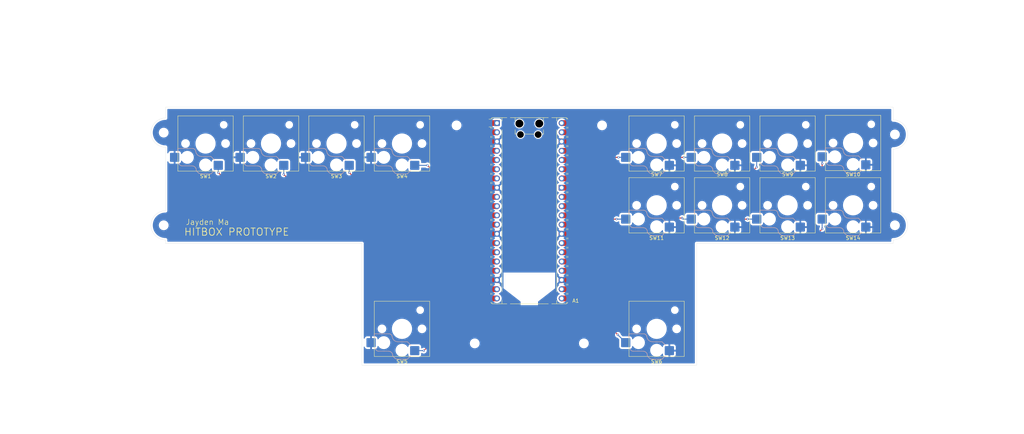
<source format=kicad_pcb>
(kicad_pcb (version 20241229) (generator "pcbnew") (generator_version "9.0")
  (layers (0 "F.Cu" signal) (2 "B.Cu" signal) (13 "F.Paste" user) (15 "B.Paste" user) (5 "F.SilkS" user "F.Silkscreen") (7 "B.SilkS" user "B.Silkscreen") (1 "F.Mask" user) (3 "B.Mask" user) (25 "Edge.Cuts" user))
  (net 0 "")
  (net 6 "Net-(A1-GPIO16)")
  (net 10 "Net-(A1-GPIO5)")
  (net 13 "GND")
  (net 15 "Net-(A1-GPIO6)")
  (net 21 "Net-(A1-GPIO8)")
  (net 24 "Net-(A1-GPIO7)")
  (net 25 "Net-(A1-GPIO15)")
  (net 27 "Net-(A1-GPIO26_ADC0)")
  (net 28 "Net-(A1-GPIO18)")
  (net 29 "Net-(A1-GPIO20)")
  (net 30 "Net-(A1-GPIO17)")
  (net 31 "Net-(A1-GPIO19)")
  (net 32 "Net-(A1-GPIO27_ADC1)")
  (net 33 "Net-(A1-GPIO22)")
  (net 34 "Net-(A1-GPIO21)")
  (footprint "Switch_Keyboard_Hotswap_Kailh:SW_Hotswap_Kailh_Choc_V1V2" (layer "F.Cu") (at 185 87 180)
    (property "Reference" "SW11" (at 0 -9 180) (layer "F.SilkS"))
    (property "Value" "SW_Push")
    (pad "" np_thru_hole circle (at -5.5 0 180) (size 1.9 1.9) (drill 1.9) (layers "*.Cu" "*.Mask"))
    (pad "" np_thru_hole circle (at -5 5.15 180) (size 1.6 1.6) (drill 1.6) (layers "*.Cu" "*.Mask"))
    (pad "" np_thru_hole circle (at 0 -5.9 180) (size 3.05 3.05) (drill 3.05) (layers "*.Cu" "*.Mask"))
    (pad "" np_thru_hole circle (at 0 0 180) (size 5.05 5.05) (drill 5.05) (layers "*.Cu" "*.Mask"))
    (pad "" np_thru_hole circle (at 5 -3.8 180) (size 3.05 3.05) (drill 3.05) (layers "*.Cu" "*.Mask"))
    (pad "" np_thru_hole circle (at 5.5 0 180) (size 1.9 1.9) (drill 1.9) (layers "*.Cu" "*.Mask"))
    (pad "1" smd roundrect (at -3.5 -6 180) (size 2.55 2.5) (layers "B.Cu" "B.Mask" "B.Paste") (roundrect_rratio 0.1) (net 13 "GND"))
    (pad "2" smd roundrect (at 8.5 -3.8 180) (size 2.55 2.5) (layers "B.Cu" "B.Mask" "B.Paste") (roundrect_rratio 0.1) (net 29 "Net-(A1-GPIO20)"))
  )
  (footprint "MountingHole:MountingHole_2.2mm_M2" (layer "F.Cu") (at 49.5 67)
    (property "Reference" "REF**" (hide yes))
    (property "Value" "MountingHole_2.2mm_M2")
    (pad "" np_thru_hole circle (at 0 0) (size 2.2 2.2) (drill 2.2) (layers "*.Cu" "*.Mask"))
  )
  (footprint "MountingHole:MountingHole_2.2mm_M2" (layer "F.Cu") (at 135 125)
    (property "Reference" "REF**" (hide yes))
    (property "Value" "MountingHole_2.2mm_M2")
    (pad "" np_thru_hole circle (at 0 0) (size 2.2 2.2) (drill 2.2) (layers "*.Cu" "*.Mask"))
  )
  (footprint "Switch_Keyboard_Hotswap_Kailh:SW_Hotswap_Kailh_Choc_V1V2" (layer "F.Cu") (at 115 70 180)
    (property "Reference" "SW4" (at 0 -9 180) (layer "F.SilkS"))
    (property "Value" "SW_Push")
    (pad "" np_thru_hole circle (at -5.5 0 180) (size 1.9 1.9) (drill 1.9) (layers "*.Cu" "*.Mask"))
    (pad "" np_thru_hole circle (at -5 5.15 180) (size 1.6 1.6) (drill 1.6) (layers "*.Cu" "*.Mask"))
    (pad "" np_thru_hole circle (at 0 -5.9 180) (size 3.05 3.05) (drill 3.05) (layers "*.Cu" "*.Mask"))
    (pad "" np_thru_hole circle (at 0 0 180) (size 5.05 5.05) (drill 5.05) (layers "*.Cu" "*.Mask"))
    (pad "" np_thru_hole circle (at 5 -3.8 180) (size 3.05 3.05) (drill 3.05) (layers "*.Cu" "*.Mask"))
    (pad "" np_thru_hole circle (at 5.5 0 180) (size 1.9 1.9) (drill 1.9) (layers "*.Cu" "*.Mask"))
    (pad "1" smd roundrect (at -3.5 -6 180) (size 2.55 2.5) (layers "B.Cu" "B.Mask" "B.Paste") (roundrect_rratio 0.1) (net 10 "Net-(A1-GPIO5)"))
    (pad "2" smd roundrect (at 8.5 -3.8 180) (size 2.55 2.5) (layers "B.Cu" "B.Mask" "B.Paste") (roundrect_rratio 0.1) (net 13 "GND"))
  )
  (footprint "MountingHole:MountingHole_2.2mm_M2" (layer "F.Cu") (at 49.5 92.5)
    (property "Reference" "REF**" (hide yes))
    (property "Value" "MountingHole_2.2mm_M2")
    (pad "" np_thru_hole circle (at 0 0) (size 2.2 2.2) (drill 2.2) (layers "*.Cu" "*.Mask"))
  )
  (footprint "Switch_Keyboard_Hotswap_Kailh:SW_Hotswap_Kailh_Choc_V1V2" (layer "F.Cu") (at 115 121 180)
    (property "Reference" "SW5" (at 0 -9 180) (layer "F.SilkS"))
    (property "Value" "SW_Push")
    (pad "" np_thru_hole circle (at -5.5 0 180) (size 1.9 1.9) (drill 1.9) (layers "*.Cu" "*.Mask"))
    (pad "" np_thru_hole circle (at -5 5.15 180) (size 1.6 1.6) (drill 1.6) (layers "*.Cu" "*.Mask"))
    (pad "" np_thru_hole circle (at 0 -5.9 180) (size 3.05 3.05) (drill 3.05) (layers "*.Cu" "*.Mask"))
    (pad "" np_thru_hole circle (at 0 0 180) (size 5.05 5.05) (drill 5.05) (layers "*.Cu" "*.Mask"))
    (pad "" np_thru_hole circle (at 5 -3.8 180) (size 3.05 3.05) (drill 3.05) (layers "*.Cu" "*.Mask"))
    (pad "" np_thru_hole circle (at 5.5 0 180) (size 1.9 1.9) (drill 1.9) (layers "*.Cu" "*.Mask"))
    (pad "1" smd roundrect (at -3.5 -6 180) (size 2.55 2.5) (layers "B.Cu" "B.Mask" "B.Paste") (roundrect_rratio 0.1) (net 25 "Net-(A1-GPIO15)"))
    (pad "2" smd roundrect (at 8.5 -3.8 180) (size 2.55 2.5) (layers "B.Cu" "B.Mask" "B.Paste") (roundrect_rratio 0.1) (net 13 "GND"))
  )
  (footprint "Switch_Keyboard_Hotswap_Kailh:SW_Hotswap_Kailh_Choc_V1V2" (layer "F.Cu") (at 97 70 180)
    (property "Reference" "SW3" (at 0 -9 180) (layer "F.SilkS"))
    (property "Value" "SW_Push")
    (pad "" np_thru_hole circle (at -5.5 0 180) (size 1.9 1.9) (drill 1.9) (layers "*.Cu" "*.Mask"))
    (pad "" np_thru_hole circle (at -5 5.15 180) (size 1.6 1.6) (drill 1.6) (layers "*.Cu" "*.Mask"))
    (pad "" np_thru_hole circle (at 0 -5.9 180) (size 3.05 3.05) (drill 3.05) (layers "*.Cu" "*.Mask"))
    (pad "" np_thru_hole circle (at 0 0 180) (size 5.05 5.05) (drill 5.05) (layers "*.Cu" "*.Mask"))
    (pad "" np_thru_hole circle (at 5 -3.8 180) (size 3.05 3.05) (drill 3.05) (layers "*.Cu" "*.Mask"))
    (pad "" np_thru_hole circle (at 5.5 0 180) (size 1.9 1.9) (drill 1.9) (layers "*.Cu" "*.Mask"))
    (pad "1" smd roundrect (at -3.5 -6 180) (size 2.55 2.5) (layers "B.Cu" "B.Mask" "B.Paste") (roundrect_rratio 0.1) (net 15 "Net-(A1-GPIO6)"))
    (pad "2" smd roundrect (at 8.5 -3.8 180) (size 2.55 2.5) (layers "B.Cu" "B.Mask" "B.Paste") (roundrect_rratio 0.1) (net 13 "GND"))
  )
  (footprint "Switch_Keyboard_Hotswap_Kailh:SW_Hotswap_Kailh_Choc_V1V2" (layer "F.Cu") (at 203 70 180)
    (property "Reference" "SW8" (at 0 -8.5 180) (layer "F.SilkS"))
    (property "Value" "SW_Push")
    (pad "" np_thru_hole circle (at -5.5 0 180) (size 1.9 1.9) (drill 1.9) (layers "*.Cu" "*.Mask"))
    (pad "" np_thru_hole circle (at -5 5.15 180) (size 1.6 1.6) (drill 1.6) (layers "*.Cu" "*.Mask"))
    (pad "" np_thru_hole circle (at 0 -5.9 180) (size 3.05 3.05) (drill 3.05) (layers "*.Cu" "*.Mask"))
    (pad "" np_thru_hole circle (at 0 0 180) (size 5.05 5.05) (drill 5.05) (layers "*.Cu" "*.Mask"))
    (pad "" np_thru_hole circle (at 5 -3.8 180) (size 3.05 3.05) (drill 3.05) (layers "*.Cu" "*.Mask"))
    (pad "" np_thru_hole circle (at 5.5 0 180) (size 1.9 1.9) (drill 1.9) (layers "*.Cu" "*.Mask"))
    (pad "1" smd roundrect (at -3.5 -6 180) (size 2.55 2.5) (layers "B.Cu" "B.Mask" "B.Paste") (roundrect_rratio 0.1) (net 13 "GND"))
    (pad "2" smd roundrect (at 8.5 -3.8 180) (size 2.55 2.5) (layers "B.Cu" "B.Mask" "B.Paste") (roundrect_rratio 0.1) (net 27 "Net-(A1-GPIO26_ADC0)"))
  )
  (footprint "Switch_Keyboard_Hotswap_Kailh:SW_Hotswap_Kailh_Choc_V1V2" (layer "F.Cu") (at 239 87 180)
    (property "Reference" "SW14" (at 0 -9 180) (layer "F.SilkS"))
    (property "Value" "SW_Push")
    (pad "" np_thru_hole circle (at -5.5 0 180) (size 1.9 1.9) (drill 1.9) (layers "*.Cu" "*.Mask"))
    (pad "" np_thru_hole circle (at -5 5.15 180) (size 1.6 1.6) (drill 1.6) (layers "*.Cu" "*.Mask"))
    (pad "" np_thru_hole circle (at 0 -5.9 180) (size 3.05 3.05) (drill 3.05) (layers "*.Cu" "*.Mask"))
    (pad "" np_thru_hole circle (at 0 0 180) (size 5.05 5.05) (drill 5.05) (layers "*.Cu" "*.Mask"))
    (pad "" np_thru_hole circle (at 5 -3.8 180) (size 3.05 3.05) (drill 3.05) (layers "*.Cu" "*.Mask"))
    (pad "" np_thru_hole circle (at 5.5 0 180) (size 1.9 1.9) (drill 1.9) (layers "*.Cu" "*.Mask"))
    (pad "1" smd roundrect (at -3.5 -6 180) (size 2.55 2.5) (layers "B.Cu" "B.Mask" "B.Paste") (roundrect_rratio 0.1) (net 13 "GND"))
    (pad "2" smd roundrect (at 8.5 -3.8 180) (size 2.55 2.5) (layers "B.Cu" "B.Mask" "B.Paste") (roundrect_rratio 0.1) (net 30 "Net-(A1-GPIO17)"))
  )
  (footprint "Switch_Keyboard_Hotswap_Kailh:SW_Hotswap_Kailh_Choc_V1V2" (layer "F.Cu") (at 185 70 180)
    (property "Reference" "SW7" (at 0 -8.5 180) (layer "F.SilkS"))
    (property "Value" "SW_Push")
    (pad "" np_thru_hole circle (at -5.5 0 180) (size 1.9 1.9) (drill 1.9) (layers "*.Cu" "*.Mask"))
    (pad "" np_thru_hole circle (at -5 5.15 180) (size 1.6 1.6) (drill 1.6) (layers "*.Cu" "*.Mask"))
    (pad "" np_thru_hole circle (at 0 -5.9 180) (size 3.05 3.05) (drill 3.05) (layers "*.Cu" "*.Mask"))
    (pad "" np_thru_hole circle (at 0 0 180) (size 5.05 5.05) (drill 5.05) (layers "*.Cu" "*.Mask"))
    (pad "" np_thru_hole circle (at 5 -3.8 180) (size 3.05 3.05) (drill 3.05) (layers "*.Cu" "*.Mask"))
    (pad "" np_thru_hole circle (at 5.5 0 180) (size 1.9 1.9) (drill 1.9) (layers "*.Cu" "*.Mask"))
    (pad "1" smd roundrect (at -3.5 -6 180) (size 2.55 2.5) (layers "B.Cu" "B.Mask" "B.Paste") (roundrect_rratio 0.1) (net 13 "GND"))
    (pad "2" smd roundrect (at 8.5 -3.8 180) (size 2.55 2.5) (layers "B.Cu" "B.Mask" "B.Paste") (roundrect_rratio 0.1) (net 32 "Net-(A1-GPIO27_ADC1)"))
  )
  (footprint "Switch_Keyboard_Hotswap_Kailh:SW_Hotswap_Kailh_Choc_V1V2" (layer "F.Cu") (at 79 70.001 180)
    (property "Reference" "SW2" (at 0 -9 180) (layer "F.SilkS"))
    (property "Value" "SW_Push")
    (pad "" np_thru_hole circle (at -5.5 0 180) (size 1.9 1.9) (drill 1.9) (layers "*.Cu" "*.Mask"))
    (pad "" np_thru_hole circle (at -5 5.15 180) (size 1.6 1.6) (drill 1.6) (layers "*.Cu" "*.Mask"))
    (pad "" np_thru_hole circle (at 0 -5.9 180) (size 3.05 3.05) (drill 3.05) (layers "*.Cu" "*.Mask"))
    (pad "" np_thru_hole circle (at 0 0 180) (size 5.05 5.05) (drill 5.05) (layers "*.Cu" "*.Mask"))
    (pad "" np_thru_hole circle (at 5 -3.8 180) (size 3.05 3.05) (drill 3.05) (layers "*.Cu" "*.Mask"))
    (pad "" np_thru_hole circle (at 5.5 0 180) (size 1.9 1.9) (drill 1.9) (layers "*.Cu" "*.Mask"))
    (pad "1" smd roundrect (at -3.5 -6 180) (size 2.55 2.5) (layers "B.Cu" "B.Mask" "B.Paste") (roundrect_rratio 0.1) (net 24 "Net-(A1-GPIO7)"))
    (pad "2" smd roundrect (at 8.5 -3.8 180) (size 2.55 2.5) (layers "B.Cu" "B.Mask" "B.Paste") (roundrect_rratio 0.1) (net 13 "GND"))
  )
  (footprint "Switch_Keyboard_Hotswap_Kailh:SW_Hotswap_Kailh_Choc_V1V2" (layer "F.Cu") (at 203 87 180)
    (property "Reference" "SW12" (at 0 -9 180) (layer "F.SilkS"))
    (property "Value" "SW_Push")
    (pad "" np_thru_hole circle (at -5.5 0 180) (size 1.9 1.9) (drill 1.9) (layers "*.Cu" "*.Mask"))
    (pad "" np_thru_hole circle (at -5 5.15 180) (size 1.6 1.6) (drill 1.6) (layers "*.Cu" "*.Mask"))
    (pad "" np_thru_hole circle (at 0 -5.9 180) (size 3.05 3.05) (drill 3.05) (layers "*.Cu" "*.Mask"))
    (pad "" np_thru_hole circle (at 0 0 180) (size 5.05 5.05) (drill 5.05) (layers "*.Cu" "*.Mask"))
    (pad "" np_thru_hole circle (at 5 -3.8 180) (size 3.05 3.05) (drill 3.05) (layers "*.Cu" "*.Mask"))
    (pad "" np_thru_hole circle (at 5.5 0 180) (size 1.9 1.9) (drill 1.9) (layers "*.Cu" "*.Mask"))
    (pad "1" smd roundrect (at -3.5 -6 180) (size 2.55 2.5) (layers "B.Cu" "B.Mask" "B.Paste") (roundrect_rratio 0.1) (net 13 "GND"))
    (pad "2" smd roundrect (at 8.5 -3.8 180) (size 2.55 2.5) (layers "B.Cu" "B.Mask" "B.Paste") (roundrect_rratio 0.1) (net 31 "Net-(A1-GPIO19)"))
  )
  (footprint "Switch_Keyboard_Hotswap_Kailh:SW_Hotswap_Kailh_Choc_V1V2" (layer "F.Cu") (at 185 121 180)
    (property "Reference" "SW6" (at 0 -9 180) (layer "F.SilkS"))
    (property "Value" "SW_Push")
    (pad "" np_thru_hole circle (at -5.5 0 180) (size 1.9 1.9) (drill 1.9) (layers "*.Cu" "*.Mask"))
    (pad "" np_thru_hole circle (at -5 5.15 180) (size 1.6 1.6) (drill 1.6) (layers "*.Cu" "*.Mask"))
    (pad "" np_thru_hole circle (at 0 -5.9 180) (size 3.05 3.05) (drill 3.05) (layers "*.Cu" "*.Mask"))
    (pad "" np_thru_hole circle (at 0 0 180) (size 5.05 5.05) (drill 5.05) (layers "*.Cu" "*.Mask"))
    (pad "" np_thru_hole circle (at 5 -3.8 180) (size 3.05 3.05) (drill 3.05) (layers "*.Cu" "*.Mask"))
    (pad "" np_thru_hole circle (at 5.5 0 180) (size 1.9 1.9) (drill 1.9) (layers "*.Cu" "*.Mask"))
    (pad "1" smd roundrect (at -3.5 -6 180) (size 2.55 2.5) (layers "B.Cu" "B.Mask" "B.Paste") (roundrect_rratio 0.1) (net 13 "GND"))
    (pad "2" smd roundrect (at 8.5 -3.8 180) (size 2.55 2.5) (layers "B.Cu" "B.Mask" "B.Paste") (roundrect_rratio 0.1) (net 6 "Net-(A1-GPIO16)"))
  )
  (footprint "MountingHole:MountingHole_2.2mm_M2" (layer "F.Cu") (at 130 65)
    (property "Reference" "REF**" (hide yes))
    (property "Value" "MountingHole_2.2mm_M2")
    (pad "" np_thru_hole circle (at 0 0) (size 2.2 2.2) (drill 2.2) (layers "*.Cu" "*.Mask"))
  )
  (footprint "Switch_Keyboard_Hotswap_Kailh:SW_Hotswap_Kailh_Choc_V1V2" (layer "F.Cu") (at 239 69.85 180)
    (property "Reference" "SW10" (at 0 -8.65 180) (layer "F.SilkS"))
    (property "Value" "SW_Push")
    (pad "" np_thru_hole circle (at -5.5 0 180) (size 1.9 1.9) (drill 1.9) (layers "*.Cu" "*.Mask"))
    (pad "" np_thru_hole circle (at -5 5.15 180) (size 1.6 1.6) (drill 1.6) (layers "*.Cu" "*.Mask"))
    (pad "" np_thru_hole circle (at 0 -5.9 180) (size 3.05 3.05) (drill 3.05) (layers "*.Cu" "*.Mask"))
    (pad "" np_thru_hole circle (at 0 0 180) (size 5.05 5.05) (drill 5.05) (layers "*.Cu" "*.Mask"))
    (pad "" np_thru_hole circle (at 5 -3.8 180) (size 3.05 3.05) (drill 3.05) (layers "*.Cu" "*.Mask"))
    (pad "" np_thru_hole circle (at 5.5 0 180) (size 1.9 1.9) (drill 1.9) (layers "*.Cu" "*.Mask"))
    (pad "1" smd roundrect (at -3.5 -6 180) (size 2.55 2.5) (layers "B.Cu" "B.Mask" "B.Paste") (roundrect_rratio 0.1) (net 13 "GND"))
    (pad "2" smd roundrect (at 8.5 -3.8 180) (size 2.55 2.5) (layers "B.Cu" "B.Mask" "B.Paste") (roundrect_rratio 0.1) (net 34 "Net-(A1-GPIO21)"))
  )
  (footprint "Module:RaspberryPi_Pico_Common_Unspecified" (layer "F.Cu") (at 150 88.5)
    (property "Reference" "A1" (at 11.7475 24.765 0) (layer "F.SilkS") (effects (justify left)))
    (property "Value" "RaspberryPi_Pico")
    (pad "" np_thru_hole circle (at -2.725 -24) (size 2.2 2.2) (drill 2.2) (layers "*.Mask"))
    (pad "" np_thru_hole circle (at -2.425 -20.97) (size 1.85 1.85) (drill 1.85) (layers "*.Mask"))
    (pad "" np_thru_hole circle (at 2.425 -20.97) (size 1.85 1.85) (drill 1.85) (layers "*.Mask"))
    (pad "" np_thru_hole circle (at 2.725 -24) (size 2.2 2.2) (drill 2.2) (layers "*.Mask"))
    (pad "1" smd custom (at -9.69 -24.13) (size 1.6 0.8) (layers "F.Cu" "F.Mask") (options (clearance outline) (anchor rect)) (primitives (gr_circle (center 0.8 0) (end 1.6 0) (width 0) (fill yes)) (gr_poly (pts (xy -1.6 -0.6) (xy -1.6 0.6) (xy -1.4 0.8) (xy 0.8 0.8) (xy 0.8 -0.8) (xy -1.4 -0.8)) (width 0) (fill yes)) (gr_circle (center -1.4 -0.6) (end -1.2 -0.6) (width 0) (fill yes)) (gr_circle (center -1.4 0.6) (end -1.2 0.6) (width 0) (fill yes))))
    (pad "1" thru_hole roundrect (at -8.89 -24.13) (size 1.6 1.6) (drill 1) (layers "*.Cu" "*.Mask") (roundrect_rratio 0.125))
    (pad "2" smd roundrect (at -9.69 -21.59) (size 3.2 1.6) (layers "F.Cu" "F.Mask") (roundrect_rratio 0.5))
    (pad "2" thru_hole circle (at -8.89 -21.59) (size 1.6 1.6) (drill 1) (layers "*.Cu" "*.Mask"))
    (pad "3" smd custom (at -9.69 -19.05) (size 1.6 0.8) (layers "F.Cu" "F.Mask") (net 13 "GND") (options (clearance outline) (anchor rect)) (primitives (gr_circle (center -0.8 0) (end 0 0) (width 0) (fill yes)) (gr_poly (pts (xy 1.6 -0.6) (xy 1.6 0.6) (xy 1.4 0.8) (xy -0.8 0.8) (xy -0.8 -0.8) (xy 1.4 -0.8)) (width 0) (fill yes)) (gr_circle (center 1.4 -0.6) (end 1.6 -0.6) (width 0) (fill yes)) (gr_circle (center 1.4 0.6) (end 1.6 0.6) (width 0) (fill yes))))
    (pad "3" thru_hole custom (at -8.89 -19.05) (size 1.6 1.6) (drill 1) (layers "*.Cu" "*.Mask") (net 13 "GND") (options (clearance outline) (anchor circle)) (primitives (gr_poly (pts (xy 0.8 0.6) (xy 0.8 -0.6) (xy 0.6 -0.8) (xy 0 -0.8) (xy 0 0.8) (xy 0.6 0.8)) (width 0) (fill yes)) (gr_circle (center 0.6 0.6) (end 0.8 0.6) (width 0) (fill yes)) (gr_circle (center 0.6 -0.6) (end 0.8 -0.6) (width 0) (fill yes))))
    (pad "4" smd roundrect (at -9.69 -16.51) (size 3.2 1.6) (layers "F.Cu" "F.Mask") (roundrect_rratio 0.5))
    (pad "4" thru_hole circle (at -8.89 -16.51) (size 1.6 1.6) (drill 1) (layers "*.Cu" "*.Mask"))
    (pad "5" smd roundrect (at -9.69 -13.97) (size 3.2 1.6) (layers "F.Cu" "F.Mask") (roundrect_rratio 0.5))
    (pad "5" thru_hole circle (at -8.89 -13.97) (size 1.6 1.6) (drill 1) (layers "*.Cu" "*.Mask"))
    (pad "6" smd roundrect (at -9.69 -11.43) (size 3.2 1.6) (layers "F.Cu" "F.Mask") (roundrect_rratio 0.5))
    (pad "6" thru_hole circle (at -8.89 -11.43) (size 1.6 1.6) (drill 1) (layers "*.Cu" "*.Mask"))
    (pad "7" smd roundrect (at -9.69 -8.89) (size 3.2 1.6) (layers "F.Cu" "F.Mask") (roundrect_rratio 0.5) (net 10 "Net-(A1-GPIO5)"))
    (pad "7" thru_hole circle (at -8.89 -8.89) (size 1.6 1.6) (drill 1) (layers "*.Cu" "*.Mask") (net 10 "Net-(A1-GPIO5)"))
    (pad "8" smd custom (at -9.69 -6.35) (size 1.6 0.8) (layers "F.Cu" "F.Mask") (net 13 "GND") (options (clearance outline) (anchor rect)) (primitives (gr_circle (center -0.8 0) (end 0 0) (width 0) (fill yes)) (gr_poly (pts (xy 1.6 -0.6) (xy 1.6 0.6) (xy 1.4 0.8) (xy -0.8 0.8) (xy -0.8 -0.8) (xy 1.4 -0.8)) (width 0) (fill yes)) (gr_circle (center 1.4 -0.6) (end 1.6 -0.6) (width 0) (fill yes)) (gr_circle (center 1.4 0.6) (end 1.6 0.6) (width 0) (fill yes))))
    (pad "8" thru_hole custom (at -8.89 -6.35) (size 1.6 1.6) (drill 1) (layers "*.Cu" "*.Mask") (net 13 "GND") (options (clearance outline) (anchor circle)) (primitives (gr_poly (pts (xy 0.8 0.6) (xy 0.8 -0.6) (xy 0.6 -0.8) (xy 0 -0.8) (xy 0 0.8) (xy 0.6 0.8)) (width 0) (fill yes)) (gr_circle (center 0.6 0.6) (end 0.8 0.6) (width 0) (fill yes)) (gr_circle (center 0.6 -0.6) (end 0.8 -0.6) (width 0) (fill yes))))
    (pad "9" smd roundrect (at -9.69 -3.81) (size 3.2 1.6) (layers "F.Cu" "F.Mask") (roundrect_rratio 0.5) (net 15 "Net-(A1-GPIO6)"))
    (pad "9" thru_hole circle (at -8.89 -3.81) (size 1.6 1.6) (drill 1) (layers "*.Cu" "*.Mask") (net 15 "Net-(A1-GPIO6)"))
    (pad "10" smd roundrect (at -9.69 -1.27) (size 3.2 1.6) (layers "F.Cu" "F.Mask") (roundrect_rratio 0.5) (net 24 "Net-(A1-GPIO7)"))
    (pad "10" thru_hole circle (at -8.89 -1.27) (size 1.6 1.6) (drill 1) (layers "*.Cu" "*.Mask") (net 24 "Net-(A1-GPIO7)"))
    (pad "11" smd roundrect (at -9.69 1.27) (size 3.2 1.6) (layers "F.Cu" "F.Mask") (roundrect_rratio 0.5) (net 21 "Net-(A1-GPIO8)"))
    (pad "11" thru_hole circle (at -8.89 1.27) (size 1.6 1.6) (drill 1) (layers "*.Cu" "*.Mask") (net 21 "Net-(A1-GPIO8)"))
    (pad "12" smd roundrect (at -9.69 3.81) (size 3.2 1.6) (layers "F.Cu" "F.Mask") (roundrect_rratio 0.5))
    (pad "12" thru_hole circle (at -8.89 3.81) (size 1.6 1.6) (drill 1) (layers "*.Cu" "*.Mask"))
    (pad "13" smd custom (at -9.69 6.35) (size 1.6 0.8) (layers "F.Cu" "F.Mask") (net 13 "GND") (options (clearance outline) (anchor rect)) (primitives (gr_circle (center -0.8 0) (end 0 0) (width 0) (fill yes)) (gr_poly (pts (xy 1.6 -0.6) (xy 1.6 0.6) (xy 1.4 0.8) (xy -0.8 0.8) (xy -0.8 -0.8) (xy 1.4 -0.8)) (width 0) (fill yes)) (gr_circle (center 1.4 -0.6) (end 1.6 -0.6) (width 0) (fill yes)) (gr_circle (center 1.4 0.6) (end 1.6 0.6) (width 0) (fill yes))))
    (pad "13" thru_hole custom (at -8.89 6.35) (size 1.6 1.6) (drill 1) (layers "*.Cu" "*.Mask") (net 13 "GND") (options (clearance outline) (anchor circle)) (primitives (gr_poly (pts (xy 0.8 0.6) (xy 0.8 -0.6) (xy 0.6 -0.8) (xy 0 -0.8) (xy 0 0.8) (xy 0.6 0.8)) (width 0) (fill yes)) (gr_circle (center 0.6 0.6) (end 0.8 0.6) (width 0) (fill yes)) (gr_circle (center 0.6 -0.6) (end 0.8 -0.6) (width 0) (fill yes))))
    (pad "14" smd roundrect (at -9.69 8.89) (size 3.2 1.6) (layers "F.Cu" "F.Mask") (roundrect_rratio 0.5))
    (pad "14" thru_hole circle (at -8.89 8.89) (size 1.6 1.6) (drill 1) (layers "*.Cu" "*.Mask"))
    (pad "15" smd roundrect (at -9.69 11.43) (size 3.2 1.6) (layers "F.Cu" "F.Mask") (roundrect_rratio 0.5))
    (pad "15" thru_hole circle (at -8.89 11.43) (size 1.6 1.6) (drill 1) (layers "*.Cu" "*.Mask"))
    (pad "16" smd roundrect (at -9.69 13.97) (size 3.2 1.6) (layers "F.Cu" "F.Mask") (roundrect_rratio 0.5))
    (pad "16" thru_hole circle (at -8.89 13.97) (size 1.6 1.6) (drill 1) (layers "*.Cu" "*.Mask"))
    (pad "17" smd roundrect (at -9.69 16.51) (size 3.2 1.6) (layers "F.Cu" "F.Mask") (roundrect_rratio 0.5))
    (pad "17" thru_hole circle (at -8.89 16.51) (size 1.6 1.6) (drill 1) (layers "*.Cu" "*.Mask"))
    (pad "18" smd custom (at -9.69 19.05) (size 1.6 0.8) (layers "F.Cu" "F.Mask") (net 13 "GND") (options (clearance outline) (anchor rect)) (primitives (gr_circle (center -0.8 0) (end 0 0) (width 0) (fill yes)) (gr_poly (pts (xy 1.6 -0.6) (xy 1.6 0.6) (xy 1.4 0.8) (xy -0.8 0.8) (xy -0.8 -0.8) (xy 1.4 -0.8)) (width 0) (fill yes)) (gr_circle (center 1.4 -0.6) (end 1.6 -0.6) (width 0) (fill yes)) (gr_circle (center 1.4 0.6) (end 1.6 0.6) (width 0) (fill yes))))
    (pad "18" thru_hole custom (at -8.89 19.05) (size 1.6 1.6) (drill 1) (layers "*.Cu" "*.Mask") (net 13 "GND") (options (clearance outline) (anchor circle)) (primitives (gr_poly (pts (xy 0.8 0.6) (xy 0.8 -0.6) (xy 0.6 -0.8) (xy 0 -0.8) (xy 0 0.8) (xy 0.6 0.8)) (width 0) (fill yes)) (gr_circle (center 0.6 0.6) (end 0.8 0.6) (width 0) (fill yes)) (gr_circle (center 0.6 -0.6) (end 0.8 -0.6) (width 0) (fill yes))))
    (pad "19" smd roundrect (at -9.69 21.59) (size 3.2 1.6) (layers "F.Cu" "F.Mask") (roundrect_rratio 0.5))
    (pad "19" thru_hole circle (at -8.89 21.59) (size 1.6 1.6) (drill 1) (layers "*.Cu" "*.Mask"))
    (pad "20" smd roundrect (at -9.69 24.13) (size 3.2 1.6) (layers "F.Cu" "F.Mask") (roundrect_rratio 0.5) (net 25 "Net-(A1-GPIO15)"))
    (pad "20" thru_hole circle (at -8.89 24.13) (size 1.6 1.6) (drill 1) (layers "*.Cu" "*.Mask") (net 25 "Net-(A1-GPIO15)"))
    (pad "21" thru_hole circle (at 8.89 24.13) (size 1.6 1.6) (drill 1) (layers "*.Cu" "*.Mask") (net 6 "Net-(A1-GPIO16)"))
    (pad "21" smd roundrect (at 9.69 24.13) (size 3.2 1.6) (layers "F.Cu" "F.Mask") (roundrect_rratio 0.5) (net 6 "Net-(A1-GPIO16)"))
    (pad "22" thru_hole circle (at 8.89 21.59) (size 1.6 1.6) (drill 1) (layers "*.Cu" "*.Mask") (net 30 "Net-(A1-GPIO17)"))
    (pad "22" smd roundrect (at 9.69 21.59) (size 3.2 1.6) (layers "F.Cu" "F.Mask") (roundrect_rratio 0.5) (net 30 "Net-(A1-GPIO17)"))
    (pad "23" thru_hole custom (at 8.89 19.05) (size 1.6 1.6) (drill 1) (layers "*.Cu" "*.Mask") (net 13 "GND") (options (clearance outline) (anchor circle)) (primitives (gr_poly (pts (xy -0.8 0.6) (xy -0.8 -0.6) (xy -0.6 -0.8) (xy 0 -0.8) (xy 0 0.8) (xy -0.6 0.8)) (width 0) (fill yes)) (gr_circle (center -0.6 0.6) (end -0.4 0.6) (width 0) (fill yes)) (gr_circle (center -0.6 -0.6) (end -0.4 -0.6) (width 0) (fill yes))))
    (pad "23" smd custom (at 9.69 19.05) (size 1.6 0.8) (layers "F.Cu" "F.Mask") (net 13 "GND") (options (clearance outline) (anchor rect)) (primitives (gr_circle (center 0.8 0) (end 1.6 0) (width 0) (fill yes)) (gr_poly (pts (xy -1.6 -0.6) (xy -1.6 0.6) (xy -1.4 0.8) (xy 0.8 0.8) (xy 0.8 -0.8) (xy -1.4 -0.8)) (width 0) (fill yes)) (gr_circle (center -1.4 -0.6) (end -1.2 -0.6) (width 0) (fill yes)) (gr_circle (center -1.4 0.6) (end -1.2 0.6) (width 0) (fill yes))))
    (pad "24" thru_hole circle (at 8.89 16.51) (size 1.6 1.6) (drill 1) (layers "*.Cu" "*.Mask") (net 28 "Net-(A1-GPIO18)"))
    (pad "24" smd roundrect (at 9.69 16.51) (size 3.2 1.6) (layers "F.Cu" "F.Mask") (roundrect_rratio 0.5) (net 28 "Net-(A1-GPIO18)"))
    (pad "25" thru_hole circle (at 8.89 13.97) (size 1.6 1.6) (drill 1) (layers "*.Cu" "*.Mask") (net 31 "Net-(A1-GPIO19)"))
    (pad "25" smd roundrect (at 9.69 13.97) (size 3.2 1.6) (layers "F.Cu" "F.Mask") (roundrect_rratio 0.5) (net 31 "Net-(A1-GPIO19)"))
    (pad "26" thru_hole circle (at 8.89 11.43) (size 1.6 1.6) (drill 1) (layers "*.Cu" "*.Mask") (net 29 "Net-(A1-GPIO20)"))
    (pad "26" smd roundrect (at 9.69 11.43) (size 3.2 1.6) (layers "F.Cu" "F.Mask") (roundrect_rratio 0.5) (net 29 "Net-(A1-GPIO20)"))
    (pad "27" thru_hole circle (at 8.89 8.89) (size 1.6 1.6) (drill 1) (layers "*.Cu" "*.Mask") (net 34 "Net-(A1-GPIO21)"))
    (pad "27" smd roundrect (at 9.69 8.89) (size 3.2 1.6) (layers "F.Cu" "F.Mask") (roundrect_rratio 0.5) (net 34 "Net-(A1-GPIO21)"))
    (pad "28" thru_hole custom (at 8.89 6.35) (size 1.6 1.6) (drill 1) (layers "*.Cu" "*.Mask") (net 13 "GND") (options (clearance outline) (anchor circle)) (primitives (gr_poly (pts (xy -0.8 0.6) (xy -0.8 -0.6) (xy -0.6 -0.8) (xy 0 -0.8) (xy 0 0.8) (xy -0.6 0.8)) (width 0) (fill yes)) (gr_circle (center -0.6 0.6) (end -0.4 0.6) (width 0) (fill yes)) (gr_circle (center -0.6 -0.6) (end -0.4 -0.6) (width 0) (fill yes))))
    (pad "28" smd custom (at 9.69 6.35) (size 1.6 0.8) (layers "F.Cu" "F.Mask") (net 13 "GND") (options (clearance outline) (anchor rect)) (primitives (gr_circle (center 0.8 0) (end 1.6 0) (width 0) (fill yes)) (gr_poly (pts (xy -1.6 -0.6) (xy -1.6 0.6) (xy -1.4 0.8) (xy 0.8 0.8) (xy 0.8 -0.8) (xy -1.4 -0.8)) (width 0) (fill yes)) (gr_circle (center -1.4 -0.6) (end -1.2 -0.6) (width 0) (fill yes)) (gr_circle (center -1.4 0.6) (end -1.2 0.6) (width 0) (fill yes))))
    (pad "29" thru_hole circle (at 8.89 3.81) (size 1.6 1.6) (drill 1) (layers "*.Cu" "*.Mask") (net 33 "Net-(A1-GPIO22)"))
    (pad "29" smd roundrect (at 9.69 3.81) (size 3.2 1.6) (layers "F.Cu" "F.Mask") (roundrect_rratio 0.5) (net 33 "Net-(A1-GPIO22)"))
    (pad "30" thru_hole circle (at 8.89 1.27) (size 1.6 1.6) (drill 1) (layers "*.Cu" "*.Mask"))
    (pad "30" smd roundrect (at 9.69 1.27) (size 3.2 1.6) (layers "F.Cu" "F.Mask") (roundrect_rratio 0.5))
    (pad "31" thru_hole circle (at 8.89 -1.27) (size 1.6 1.6) (drill 1) (layers "*.Cu" "*.Mask") (net 27 "Net-(A1-GPIO26_ADC0)"))
    (pad "31" smd roundrect (at 9.69 -1.27) (size 3.2 1.6) (layers "F.Cu" "F.Mask") (roundrect_rratio 0.5) (net 27 "Net-(A1-GPIO26_ADC0)"))
    (pad "32" thru_hole circle (at 8.89 -3.81) (size 1.6 1.6) (drill 1) (layers "*.Cu" "*.Mask") (net 32 "Net-(A1-GPIO27_ADC1)"))
    (pad "32" smd roundrect (at 9.69 -3.81) (size 3.2 1.6) (layers "F.Cu" "F.Mask") (roundrect_rratio 0.5) (net 32 "Net-(A1-GPIO27_ADC1)"))
    (pad "33" thru_hole custom (at 8.89 -6.35) (size 1.6 1.6) (drill 1) (layers "*.Cu" "*.Mask") (options (clearance outline) (anchor circle)) (primitives (gr_poly (pts (xy -0.8 0.6) (xy -0.8 -0.6) (xy -0.6 -0.8) (xy 0 -0.8) (xy 0 0.8) (xy -0.6 0.8)) (width 0) (fill yes)) (gr_circle (center -0.6 0.6) (end -0.4 0.6) (width 0) (fill yes)) (gr_circle (center -0.6 -0.6) (end -0.4 -0.6) (width 0) (fill yes))))
    (pad "33" smd custom (at 9.69 -6.35) (size 1.6 0.8) (layers "F.Cu" "F.Mask") (options (clearance outline) (anchor rect)) (primitives (gr_circle (center 0.8 0) (end 1.6 0) (width 0) (fill yes)) (gr_poly (pts (xy -1.6 -0.6) (xy -1.6 0.6) (xy -1.4 0.8) (xy 0.8 0.8) (xy 0.8 -0.8) (xy -1.4 -0.8)) (width 0) (fill yes)) (gr_circle (center -1.4 -0.6) (end -1.2 -0.6) (width 0) (fill yes)) (gr_circle (center -1.4 0.6) (end -1.2 0.6) (width 0) (fill yes))))
    (pad "34" thru_hole circle (at 8.89 -8.89) (size 1.6 1.6) (drill 1) (layers "*.Cu" "*.Mask"))
    (pad "34" smd roundrect (at 9.69 -8.89) (size 3.2 1.6) (layers "F.Cu" "F.Mask") (roundrect_rratio 0.5))
    (pad "35" thru_hole circle (at 8.89 -11.43) (size 1.6 1.6) (drill 1) (layers "*.Cu" "*.Mask"))
    (pad "35" smd roundrect (at 9.69 -11.43) (size 3.2 1.6) (layers "F.Cu" "F.Mask") (roundrect_rratio 0.5))
    (pad "36" thru_hole circle (at 8.89 -13.97) (size 1.6 1.6) (drill 1) (layers "*.Cu" "*.Mask"))
    (pad "36" smd roundrect (at 9.69 -13.97) (size 3.2 1.6) (layers "F.Cu" "F.Mask") (roundrect_rratio 0.5))
    (pad "37" thru_hole circle (at 8.89 -16.51) (size 1.6 1.6) (drill 1) (layers "*.Cu" "*.Mask"))
    (pad "37" smd roundrect (at 9.69 -16.51) (size 3.2 1.6) (layers "F.Cu" "F.Mask") (roundrect_rratio 0.5))
    (pad "38" thru_hole custom (at 8.89 -19.05) (size 1.6 1.6) (drill 1) (layers "*.Cu" "*.Mask") (net 13 "GND") (options (clearance outline) (anchor circle)) (primitives (gr_poly (pts (xy -0.8 0.6) (xy -0.8 -0.6) (xy -0.6 -0.8) (xy 0 -0.8) (xy 0 0.8) (xy -0.6 0.8)) (width 0) (fill yes)) (gr_circle (center -0.6 0.6) (end -0.4 0.6) (width 0) (fill yes)) (gr_circle (center -0.6 -0.6) (end -0.4 -0.6) (width 0) (fill yes))))
    (pad "38" smd custom (at 9.69 -19.05) (size 1.6 0.8) (layers "F.Cu" "F.Mask") (net 13 "GND") (options (clearance outline) (anchor rect)) (primitives (gr_circle (center 0.8 0) (end 1.6 0) (width 0) (fill yes)) (gr_poly (pts (xy -1.6 -0.6) (xy -1.6 0.6) (xy -1.4 0.8) (xy 0.8 0.8) (xy 0.8 -0.8) (xy -1.4 -0.8)) (width 0) (fill yes)) (gr_circle (center -1.4 -0.6) (end -1.2 -0.6) (width 0) (fill yes)) (gr_circle (center -1.4 0.6) (end -1.2 0.6) (width 0) (fill yes))))
    (pad "39" thru_hole circle (at 8.89 -21.59) (size 1.6 1.6) (drill 1) (layers "*.Cu" "*.Mask"))
    (pad "39" smd roundrect (at 9.69 -21.59) (size 3.2 1.6) (layers "F.Cu" "F.Mask") (roundrect_rratio 0.5))
    (pad "40" thru_hole circle (at 8.89 -24.13) (size 1.6 1.6) (drill 1) (layers "*.Cu" "*.Mask"))
    (pad "40" smd roundrect (at 9.69 -24.13) (size 3.2 1.6) (layers "F.Cu" "F.Mask") (roundrect_rratio 0.5))
    (zone (net 0) (net_name "") (layers "F.Cu" "B.Cu" "F.Paste" "B.Paste") (name "Antenna Copper Keep Out") (connect_pads (clearance 0)) (min_thickness 0.254)
      (keepout (tracks not_allowed) (vias not_allowed) (pads not_allowed) (copperpour not_allowed) (footprints allowed))
      (fill (thermal_gap 0.508) (thermal_bridge_width 0.508))
      (polygon (pts (xy 147.6 113.489895) (xy 142.9 109.839895) (xy 142.9 105.5) (xy 157.1 105.5) (xy 157.1 109.839895) (xy 152.4 113.489895) (xy 152.4 114.5) (xy 147.6 114.5)))
    )
  )
  (footprint "MountingHole:MountingHole_2.2mm_M2" (layer "F.Cu") (at 250.5 67.5)
    (property "Reference" "REF**" (hide yes))
    (property "Value" "MountingHole_2.2mm_M2")
    (pad "" np_thru_hole circle (at 0 0) (size 2.2 2.2) (drill 2.2) (layers "*.Cu" "*.Mask"))
  )
  (footprint "Switch_Keyboard_Hotswap_Kailh:SW_Hotswap_Kailh_Choc_V1V2" (layer "F.Cu") (at 61 70.001 180)
    (property "Reference" "SW1" (at 0 -9 180) (layer "F.SilkS"))
    (property "Value" "SW_Push")
    (pad "" np_thru_hole circle (at -5.5 0 180) (size 1.9 1.9) (drill 1.9) (layers "*.Cu" "*.Mask"))
    (pad "" np_thru_hole circle (at -5 5.15 180) (size 1.6 1.6) (drill 1.6) (layers "*.Cu" "*.Mask"))
    (pad "" np_thru_hole circle (at 0 -5.9 180) (size 3.05 3.05) (drill 3.05) (layers "*.Cu" "*.Mask"))
    (pad "" np_thru_hole circle (at 0 0 180) (size 5.05 5.05) (drill 5.05) (layers "*.Cu" "*.Mask"))
    (pad "" np_thru_hole circle (at 5 -3.8 180) (size 3.05 3.05) (drill 3.05) (layers "*.Cu" "*.Mask"))
    (pad "" np_thru_hole circle (at 5.5 0 180) (size 1.9 1.9) (drill 1.9) (layers "*.Cu" "*.Mask"))
    (pad "1" smd roundrect (at -3.5 -6 180) (size 2.55 2.5) (layers "B.Cu" "B.Mask" "B.Paste") (roundrect_rratio 0.1) (net 21 "Net-(A1-GPIO8)"))
    (pad "2" smd roundrect (at 8.5 -3.8 180) (size 2.55 2.5) (layers "B.Cu" "B.Mask" "B.Paste") (roundrect_rratio 0.1) (net 13 "GND"))
  )
  (footprint "MountingHole:MountingHole_2.2mm_M2" (layer "F.Cu") (at 165 125)
    (property "Reference" "REF**" (hide yes))
    (property "Value" "MountingHole_2.2mm_M2")
    (pad "" np_thru_hole circle (at 0 0) (size 2.2 2.2) (drill 2.2) (layers "*.Cu" "*.Mask"))
  )
  (footprint "MountingHole:MountingHole_2.2mm_M2" (layer "F.Cu") (at 170 65)
    (property "Reference" "REF**" (hide yes))
    (property "Value" "MountingHole_2.2mm_M2")
    (pad "" np_thru_hole circle (at 0 0) (size 2.2 2.2) (drill 2.2) (layers "*.Cu" "*.Mask"))
  )
  (footprint "Switch_Keyboard_Hotswap_Kailh:SW_Hotswap_Kailh_Choc_V1V2" (layer "F.Cu") (at 221 87 180)
    (property "Reference" "SW13" (at 0 -9 180) (layer "F.SilkS"))
    (property "Value" "SW_Push")
    (pad "" np_thru_hole circle (at -5.5 0 180) (size 1.9 1.9) (drill 1.9) (layers "*.Cu" "*.Mask"))
    (pad "" np_thru_hole circle (at -5 5.15 180) (size 1.6 1.6) (drill 1.6) (layers "*.Cu" "*.Mask"))
    (pad "" np_thru_hole circle (at 0 -5.9 180) (size 3.05 3.05) (drill 3.05) (layers "*.Cu" "*.Mask"))
    (pad "" np_thru_hole circle (at 0 0 180) (size 5.05 5.05) (drill 5.05) (layers "*.Cu" "*.Mask"))
    (pad "" np_thru_hole circle (at 5 -3.8 180) (size 3.05 3.05) (drill 3.05) (layers "*.Cu" "*.Mask"))
    (pad "" np_thru_hole circle (at 5.5 0 180) (size 1.9 1.9) (drill 1.9) (layers "*.Cu" "*.Mask"))
    (pad "1" smd roundrect (at -3.5 -6 180) (size 2.55 2.5) (layers "B.Cu" "B.Mask" "B.Paste") (roundrect_rratio 0.1) (net 13 "GND"))
    (pad "2" smd roundrect (at 8.5 -3.8 180) (size 2.55 2.5) (layers "B.Cu" "B.Mask" "B.Paste") (roundrect_rratio 0.1) (net 28 "Net-(A1-GPIO18)"))
  )
  (footprint "Switch_Keyboard_Hotswap_Kailh:SW_Hotswap_Kailh_Choc_V1V2" (layer "F.Cu") (at 221 70 180)
    (property "Reference" "SW9" (at 0 -8.5 180) (layer "F.SilkS"))
    (property "Value" "SW_Push")
    (pad "" np_thru_hole circle (at -5.5 0 180) (size 1.9 1.9) (drill 1.9) (layers "*.Cu" "*.Mask"))
    (pad "" np_thru_hole circle (at -5 5.15 180) (size 1.6 1.6) (drill 1.6) (layers "*.Cu" "*.Mask"))
    (pad "" np_thru_hole circle (at 0 -5.9 180) (size 3.05 3.05) (drill 3.05) (layers "*.Cu" "*.Mask"))
    (pad "" np_thru_hole circle (at 0 0 180) (size 5.05 5.05) (drill 5.05) (layers "*.Cu" "*.Mask"))
    (pad "" np_thru_hole circle (at 5 -3.8 180) (size 3.05 3.05) (drill 3.05) (layers "*.Cu" "*.Mask"))
    (pad "" np_thru_hole circle (at 5.5 0 180) (size 1.9 1.9) (drill 1.9) (layers "*.Cu" "*.Mask"))
    (pad "1" smd roundrect (at -3.5 -6 180) (size 2.55 2.5) (layers "B.Cu" "B.Mask" "B.Paste") (roundrect_rratio 0.1) (net 13 "GND"))
    (pad "2" smd roundrect (at 8.5 -3.8 180) (size 2.55 2.5) (layers "B.Cu" "B.Mask" "B.Paste") (roundrect_rratio 0.1) (net 33 "Net-(A1-GPIO22)"))
  )
  (footprint "MountingHole:MountingHole_2.2mm_M2" (layer "F.Cu") (at 250.5 92.5)
    (property "Reference" "REF**" (hide yes))
    (property "Value" "MountingHole_2.2mm_M2")
    (pad "" np_thru_hole circle (at 0 0) (size 2.2 2.2) (drill 2.2) (layers "*.Cu" "*.Mask"))
  )
  (gr_line (start 104 97.5) (end 104 131) (stroke (width 0.05)) (layer "Edge.Cuts"))
  (gr_line (start 196 97.5) (end 197 97.5) (stroke (width 0.05)) (layer "Edge.Cuts"))
  (gr_line (start 250 97.5) (end 197 97.5) (stroke (width 0.05)) (layer "Edge.Cuts"))
  (gr_line (start 196 131) (end 196 97.5) (stroke (width 0.05)) (layer "Edge.Cuts"))
  (gr_line (start 50 60) (end 250 60) (stroke (width 0.05)) (layer "Edge.Cuts"))
  (gr_line (start 250 71.5) (end 250 88.5) (stroke (width 0.05)) (layer "Edge.Cuts"))
  (gr_line (start 250 96.5) (end 250 97.5) (stroke (width 0.05)) (layer "Edge.Cuts"))
  (gr_line (start 50 97.5) (end 50 96.5) (stroke (width 0.05)) (layer "Edge.Cuts"))
  (gr_line (start 50 97.5) (end 104 97.5) (stroke (width 0.05)) (layer "Edge.Cuts"))
  (gr_line (start 50 88.5) (end 50 71) (stroke (width 0.05)) (layer "Edge.Cuts"))
  (gr_line (start 50 63) (end 50 60) (stroke (width 0.05)) (layer "Edge.Cuts"))
  (gr_line (start 104 131) (end 196 131) (stroke (width 0.05)) (layer "Edge.Cuts"))
  (gr_line (start 250 60) (end 250 63.5) (stroke (width 0.05)) (layer "Edge.Cuts"))
  (gr_arc (start 50 71) (mid 45.999999 67) (end 50 63) (stroke (width 0.05)) (layer "Edge.Cuts"))
  (gr_arc (start 50 96.5) (mid 45.999999 92.5) (end 50 88.5) (stroke (width 0.05)) (layer "Edge.Cuts"))
  (gr_arc (start 250 88.5) (mid 254 92.5) (end 250 96.5) (stroke (width 0.05)) (layer "Edge.Cuts"))
  (gr_arc (start 250 63.5) (mid 254 67.5) (end 250 71.5) (stroke (width 0.05)) (layer "Edge.Cuts"))
  (gr_text "HITBOX PROTOTYPE" (at 55 95.5 0) (layer "F.SilkS") (effects (font (size 2 2) (thickness 0.2)) (justify left bottom)))
  (gr_text "Jayden Ma" (at 55.5 92.5 0) (layer "F.SilkS") (effects (font (size 1.5 1.5)) (justify left bottom)))
  (segment (start 159.69 112.63) (end 164.33 112.63) (width 0.25) (layer "F.Cu") (net 6))
  (segment (start 164.33 112.63) (end 174.35 122.65) (width 0.25) (layer "F.Cu") (net 6))
  (via (at 174.35 122.65) (size 0.6) (drill 0.3) (layers "F.Cu" "B.Cu") (net 6))
  (segment (start 176.5 124.8) (end 174.35 122.65) (width 0.25) (layer "B.Cu") (net 6))
  (segment (start 125.61 79.61) (end 122 76) (width 0.25) (layer "F.Cu") (net 10))
  (segment (start 140.31 79.61) (end 125.61 79.61) (width 0.25) (layer "F.Cu") (net 10))
  (via (at 122 76) (size 0.6) (drill 0.3) (layers "F.Cu" "B.Cu") (net 10))
  (segment (start 122 76) (end 118.5 76) (width 0.25) (layer "B.Cu") (net 10))
  (segment (start 107.19 84.69) (end 100.5 78) (width 0.25) (layer "F.Cu") (net 15))
  (segment (start 140.31 84.69) (end 107.19 84.69) (width 0.25) (layer "F.Cu") (net 15))
  (via (at 100.5 78) (size 0.6) (drill 0.3) (layers "F.Cu" "B.Cu") (net 15))
  (segment (start 100.5 78) (end 100.5 76) (width 0.25) (layer "B.Cu") (net 15))
  (segment (start 141.11 89.77) (end 76.27 89.77) (width 0.25) (layer "F.Cu") (net 21))
  (segment (start 76.27 89.77) (end 64.5 78) (width 0.25) (layer "F.Cu") (net 21))
  (via (at 64.5 78) (size 0.6) (drill 0.3) (layers "F.Cu" "B.Cu") (net 21))
  (segment (start 64.5 78) (end 64.5 76.001) (width 0.25) (layer "B.Cu") (net 21))
  (segment (start 140.31 87.23) (end 91.23 87.23) (width 0.25) (layer "F.Cu") (net 24))
  (segment (start 91.23 87.23) (end 82.5 78.5) (width 0.25) (layer "F.Cu") (net 24))
  (via (at 82.5 78.5) (size 0.6) (drill 0.3) (layers "F.Cu" "B.Cu") (net 24))
  (segment (start 82.5 78.5) (end 82.5 76.001) (width 0.25) (layer "B.Cu") (net 24))
  (segment (start 141.11 112.63) (end 135.37 112.63) (width 0.25) (layer "F.Cu") (net 25))
  (segment (start 135.37 112.63) (end 121 127) (width 0.25) (layer "F.Cu") (net 25))
  (via (at 121 127) (size 0.6) (drill 0.3) (layers "F.Cu" "B.Cu") (net 25))
  (segment (start 121 127) (end 118.5 127) (width 0.25) (layer "B.Cu") (net 25))
  (segment (start 159.69 87.23) (end 170.42 76.5) (width 0.25) (layer "F.Cu") (net 27))
  (segment (start 170.42 76.5) (end 181 76.5) (width 0.25) (layer "F.Cu") (net 27))
  (segment (start 192.5 73.8) (end 183.7 73.8) (width 0.25) (layer "F.Cu") (net 27))
  (segment (start 183.7 73.8) (end 181 76.5) (width 0.25) (layer "F.Cu") (net 27))
  (via (at 192.5 73.8) (size 0.6) (drill 0.3) (layers "F.Cu" "B.Cu") (net 27))
  (segment (start 192.5 73.8) (end 194.5 73.8) (width 0.25) (layer "B.Cu") (net 27))
  (segment (start 159.69 105.01) (end 174 105.01) (width 0.25) (layer "F.Cu") (net 28))
  (segment (start 190.5 95.5) (end 183.5 95.5) (width 0.25) (layer "F.Cu") (net 28))
  (segment (start 192 94) (end 190.5 95.5) (width 0.25) (layer "F.Cu") (net 28))
  (segment (start 198.5 94) (end 192 94) (width 0.25) (layer "F.Cu") (net 28))
  (segment (start 202.25 90.25) (end 198.5 94) (width 0.25) (layer "F.Cu") (net 28))
  (segment (start 174 105) (end 174 105.01) (width 0.25) (layer "F.Cu") (net 28))
  (segment (start 207.75 90.25) (end 202.25 90.25) (width 0.25) (layer "F.Cu") (net 28))
  (segment (start 183.5 95.5) (end 174 105) (width 0.25) (layer "F.Cu") (net 28))
  (segment (start 210 90.8) (end 208.3 90.8) (width 0.25) (layer "F.Cu") (net 28))
  (segment (start 208.3 90.8) (end 207.75 90.25) (width 0.25) (layer "F.Cu") (net 28))
  (via (at 210 90.8) (size 0.6) (drill 0.3) (layers "F.Cu" "B.Cu") (net 28))
  (segment (start 212.5 90.8) (end 210 90.8) (width 0.25) (layer "B.Cu") (net 28))
  (segment (start 159.69 99.93) (end 161.57 99.93) (width 0.25) (layer "F.Cu") (net 29))
  (segment (start 172.5 90.8) (end 174 90.8) (width 0.25) (layer "F.Cu") (net 29))
  (segment (start 161.57 99.93) (end 170.7 90.8) (width 0.25) (layer "F.Cu") (net 29))
  (segment (start 170.7 90.8) (end 172.5 90.8) (width 0.25) (layer "F.Cu") (net 29))
  (via (at 174 90.8) (size 0.6) (drill 0.3) (layers "F.Cu" "B.Cu") (net 29))
  (segment (start 176.5 90.8) (end 174 90.8) (width 0.25) (layer "B.Cu") (net 29))
  (segment (start 178.5 110.09) (end 179.41 110.09) (width 0.25) (layer "F.Cu") (net 30))
  (segment (start 179.41 110.09) (end 194 95.5) (width 0.25) (layer "F.Cu") (net 30))
  (segment (start 228.5 95.5) (end 230.5 93.5) (width 0.25) (layer "F.Cu") (net 30))
  (segment (start 159.69 110.09) (end 178.5 110.09) (width 0.25) (layer "F.Cu") (net 30))
  (segment (start 194 95.5) (end 228.5 95.5) (width 0.25) (layer "F.Cu") (net 30))
  (via (at 230.5 93.5) (size 0.6) (drill 0.3) (layers "F.Cu" "B.Cu") (net 30))
  (segment (start 230.5 93.5) (end 230.5 90.8) (width 0.25) (layer "B.Cu") (net 30))
  (segment (start 172.03 102.47) (end 184 90.5) (width 0.25) (layer "F.Cu") (net 31))
  (segment (start 184 90.5) (end 192 90.5) (width 0.25) (layer "F.Cu") (net 31))
  (segment (start 159.69 102.47) (end 172.03 102.47) (width 0.25) (layer "F.Cu") (net 31))
  (via (at 192 90.5) (size 0.6) (drill 0.3) (layers "F.Cu" "B.Cu") (net 31))
  (segment (start 194.5 90.8) (end 192.3 90.8) (width 0.25) (layer "B.Cu") (net 31))
  (segment (start 192.3 90.8) (end 192 90.5) (width 0.25) (layer "B.Cu") (net 31))
  (segment (start 159.69 84.69) (end 170.58 73.8) (width 0.25) (layer "F.Cu") (net 32))
  (segment (start 170.58 73.8) (end 174.5 73.8) (width 0.25) (layer "F.Cu") (net 32))
  (via (at 174.5 73.8) (size 0.6) (drill 0.3) (layers "F.Cu" "B.Cu") (net 32))
  (segment (start 176.5 73.8) (end 174.5 73.8) (width 0.25) (layer "B.Cu") (net 32))
  (segment (start 159.69 92.31) (end 173.5 78.5) (width 0.25) (layer "F.Cu") (net 33))
  (segment (start 210.5 78.5) (end 212.5 76.5) (width 0.25) (layer "F.Cu") (net 33))
  (segment (start 173.5 78.5) (end 210.5 78.5) (width 0.25) (layer "F.Cu") (net 33))
  (via (at 212.5 76.5) (size 0.6) (drill 0.3) (layers "F.Cu" "B.Cu") (net 33))
  (segment (start 212.5 76.5) (end 212.5 73.8) (width 0.25) (layer "B.Cu") (net 33))
  (segment (start 159.69 97.39) (end 177.08 80) (width 0.25) (layer "F.Cu") (net 34))
  (segment (start 177.08 80) (end 228.5 80) (width 0.25) (layer "F.Cu") (net 34))
  (segment (start 230.5 78) (end 230.5 75.5) (width 0.25) (layer "F.Cu") (net 34))
  (segment (start 228.5 80) (end 230.5 78) (width 0.25) (layer "F.Cu") (net 34))
  (via (at 230.5 75.5) (size 0.6) (drill 0.3) (layers "F.Cu" "B.Cu") (net 34))
  (segment (start 230.5 75.5) (end 230.5 73.65) (width 0.25) (layer "B.Cu") (net 34))
  (zone (net 13) (net_name "GND") (layer "B.Cu") (connect_pads (clearance 0.5)) (min_thickness 0.25) (fill yes (thermal_gap 0.5) (thermal_bridge_width 0.5))
    (polygon (pts (xy 4.5 30.5) (xy 286 30.5) (xy 286 150) (xy 4.5 150)))
  )
)
</source>
